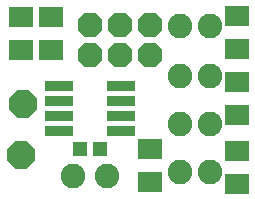
<source format=gts>
G75*
G70*
%OFA0B0*%
%FSLAX24Y24*%
%IPPOS*%
%LPD*%
%AMOC8*
5,1,8,0,0,1.08239X$1,22.5*
%
%ADD10C,0.0820*%
%ADD11R,0.0789X0.0710*%
%ADD12R,0.0513X0.0474*%
%ADD13R,0.0950X0.0320*%
%ADD14OC8,0.0820*%
%ADD15OC8,0.0930*%
D10*
X010271Y001496D03*
X011411Y001496D03*
X013841Y001646D03*
X014841Y001646D03*
X014841Y003246D03*
X013841Y003246D03*
X013841Y004846D03*
X014841Y004846D03*
X014841Y006496D03*
X013841Y006496D03*
D11*
X015741Y006847D03*
X015741Y005745D03*
X015741Y004647D03*
X015741Y003545D03*
X012841Y002397D03*
X015741Y002347D03*
X015741Y001245D03*
X012841Y001295D03*
X009541Y005695D03*
X008541Y005695D03*
X008541Y006797D03*
X009541Y006797D03*
D12*
X010507Y002396D03*
X011176Y002396D03*
D13*
X011871Y002996D03*
X009811Y002996D03*
X009811Y003496D03*
X011871Y003496D03*
X011871Y003996D03*
X009811Y003996D03*
X009811Y004496D03*
X011871Y004496D03*
D14*
X011841Y005546D03*
X010841Y005546D03*
X012841Y005546D03*
X012841Y006546D03*
X011841Y006546D03*
X010841Y006546D03*
D15*
X008591Y003896D03*
X008541Y002196D03*
M02*

</source>
